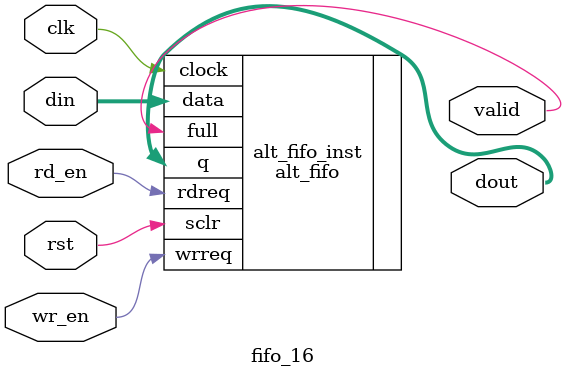
<source format=v>
module fifo_16 #(
		parameter AWIDTH	= 9		// 2 BRAM = total 512 cells
		)(
		input clk,
		input rst,
		input [AWIDTH-1:0] din,
		input wr_en,
		input rd_en,
		output [AWIDTH-1:0] dout,
		//output full,
		//output empty,
		output valid);

	alt_fifo	alt_fifo_inst (
		.clock ( clk ),
		.data ( din ),
		.rdreq ( rd_en ),
		.sclr ( rst ),
		.wrreq ( wr_en ),
		.full(valid),
		.q ( dout )
		);

endmodule

</source>
